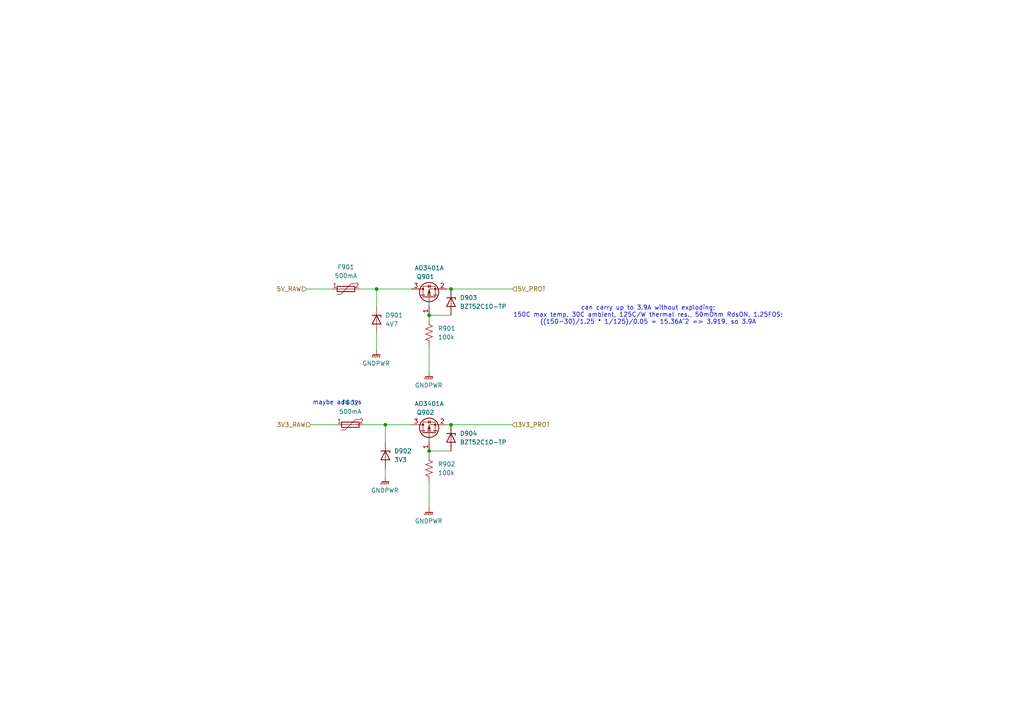
<source format=kicad_sch>
(kicad_sch (version 20250114) (generator "eeschema") (generator_version "9.0")
  (paper "A4")
  (lib_symbols
    (symbol "Device:Q_PMOS_GSD" (pin_names (offset 0) (hide yes))
      (property "Reference" "Q" (at 5.08 1.27 0))
      (property "Value" "Q_PMOS_GSD" (at 5.08 -1.27 0))
      (symbol "Q_PMOS_GSD_0_1"
        (polyline (pts (xy 0.254 1.905) (xy 0.254 -1.905)) (stroke (width 0.254)))
        (polyline (pts (xy 0.254 0) (xy -2.54 0)))
        (polyline (pts (xy 0.762 2.286) (xy 0.762 1.27)) (stroke (width 0.254)))
        (polyline (pts (xy 0.762 1.778) (xy 3.302 1.778) (xy 3.302 -1.778) (xy 0.762 -1.778)))
        (polyline (pts (xy 0.762 0.508) (xy 0.762 -0.508)) (stroke (width 0.254)))
        (polyline (pts (xy 0.762 -1.27) (xy 0.762 -2.286)) (stroke (width 0.254)))
        (circle (center 1.651 0) (radius 2.794) (stroke (width 0.254)))
        (polyline (pts (xy 2.286 0) (xy 1.27 0.381) (xy 1.27 -0.381) (xy 2.286 0)) (fill (type outline)))
        (polyline (pts (xy 2.54 2.54) (xy 2.54 1.778)))
        (circle (center 2.54 1.778) (radius 0.254) (fill (type outline)))
        (circle (center 2.54 -1.778) (radius 0.254) (fill (type outline)))
        (polyline (pts (xy 2.54 -2.54) (xy 2.54 0) (xy 0.762 0)))
        (polyline (pts (xy 2.794 -0.508) (xy 2.921 -0.381) (xy 3.683 -0.381) (xy 3.81 -0.254)))
        (polyline (pts (xy 3.302 -0.381) (xy 2.921 0.254) (xy 3.683 0.254) (xy 3.302 -0.381)))
      )
      (symbol "Q_PMOS_GSD_1_1"
        (pin input line (at -5.08 0 0) (length 2.54) (name "G") (number "1"))
        (pin passive line (at 2.54 5.08 270) (length 2.54) (name "D") (number "3"))
        (pin passive line (at 2.54 -5.08 90) (length 2.54) (name "S") (number "2"))
      )
    )
    (symbol "bfr_diodes:1SMB5913BT3G" (pin_numbers (hide yes)) (pin_names (offset 1.016) (hide yes))
      (property "Reference" "D" (at 0 2.54 0))
      (property "Value" "3V3" (at 0 -2.54 0))
      (symbol "1SMB5913BT3G_0_1"
        (polyline (pts (xy -1.27 1.27) (xy -1.27 1.27) (xy -1.27 1.27) (xy -1.27 -1.27) (xy -1.27 -1.27) (xy -1.27 -1.27)) (stroke (width 0.254)))
        (polyline (pts (xy 1.27 1.27) (xy 1.27 -1.27) (xy -1.27 0) (xy 1.27 1.27)) (stroke (width 0.254)))
        (polyline (pts (xy 1.27 0) (xy -1.27 0)))
      )
      (symbol "1SMB5913BT3G_1_1"
        (polyline (pts (xy -1.27 1.27) (xy -0.762 1.27)) (stroke (width 0.254)))
        (pin passive line (at -3.81 0 0) (length 2.54) (name "K") (number "1"))
        (pin passive line (at 3.81 0 180) (length 2.54) (name "A") (number "2"))
      )
    )
    (symbol "bfr_diodes:1SMB5917BT3G" (pin_numbers (hide yes)) (pin_names (offset 1.016) (hide yes))
      (property "Reference" "D" (at 0 2.54 0))
      (property "Value" "4V7" (at 0 -2.54 0))
      (symbol "1SMB5917BT3G_0_1"
        (polyline (pts (xy -1.27 1.27) (xy -1.27 1.27) (xy -1.27 1.27) (xy -1.27 -1.27) (xy -1.27 -1.27) (xy -1.27 -1.27)) (stroke (width 0.254)))
        (polyline (pts (xy 1.27 1.27) (xy 1.27 -1.27) (xy -1.27 0) (xy 1.27 1.27)) (stroke (width 0.254)))
        (polyline (pts (xy 1.27 0) (xy -1.27 0)))
      )
      (symbol "1SMB5917BT3G_1_1"
        (polyline (pts (xy -1.27 1.27) (xy -0.762 1.27)) (stroke (width 0.254)))
        (pin passive line (at -3.81 0 0) (length 2.54) (name "K") (number "1"))
        (pin passive line (at 3.81 0 180) (length 2.54) (name "A") (number "2"))
      )
    )
    (symbol "bfr_diodes:BZT52C10" (pin_numbers (hide yes)) (pin_names (offset 1.016) (hide yes))
      (property "Reference" "D" (at 0 2.54 0))
      (property "Value" "10" (at 0 -2.54 0))
      (symbol "BZT52C10_0_1"
        (polyline (pts (xy -1.27 1.27) (xy -1.27 1.27) (xy -1.27 1.27) (xy -1.27 -1.27) (xy -1.27 -1.27) (xy -1.27 -1.27)) (stroke (width 0.254)))
        (polyline (pts (xy 1.27 1.27) (xy 1.27 -1.27) (xy -1.27 0) (xy 1.27 1.27)) (stroke (width 0.254)))
        (polyline (pts (xy 1.27 0) (xy -1.27 0)))
      )
      (symbol "BZT52C10_1_1"
        (polyline (pts (xy -1.27 1.27) (xy -0.762 1.27)) (stroke (width 0.254)))
        (pin passive line (at -3.81 0 0) (length 2.54) (name "K") (number "1"))
        (pin passive line (at 3.81 0 180) (length 2.54) (name "A") (number "2"))
      )
    )
    (symbol "bfr_resistors:RMCF0603FT100K" (pin_numbers (hide yes))
      (property "Reference" "R" (at 0 2.54 0))
      (property "Value" "100k" (at 1.27 2.54 0))
      (symbol "RMCF0603FT100K_0_1"
        (polyline (pts (xy -2.286 0) (xy -2.54 0)))
        (polyline (pts (xy -2.286 0) (xy -1.905 1.016) (xy -1.524 0) (xy -1.143 -1.016) (xy -0.762 0)))
        (polyline (pts (xy -0.762 0) (xy -0.381 1.016) (xy 0 0) (xy 0.381 -1.016) (xy 0.762 0)))
        (polyline (pts (xy 0.762 0) (xy 1.143 1.016) (xy 1.524 0) (xy 1.905 -1.016) (xy 2.286 0)))
        (polyline (pts (xy 2.286 0) (xy 2.54 0)))
      )
      (symbol "RMCF0603FT100K_1_1"
        (pin passive line (at -3.81 0 0) (length 1.27) (name "~") (number "1"))
        (pin passive line (at 3.81 0 180) (length 1.27) (name "~") (number "2"))
      )
    )
    (symbol "bfr_utilities:0ZCG0050AF2C"
      (property "Reference" "F" (at 0 6.35 0))
      (property "Value" "500mA" (at 0 3.81 0))
      (symbol "0ZCG0050AF2C_0_1"
        (rectangle (start -2.54 0.762) (end 2.54 -0.762) (stroke (width 0.254)))
        (polyline (pts (xy -2.54 0) (xy 2.54 0)))
        (polyline (pts (xy -2.54 -1.524) (xy -1.524 -1.524) (xy 1.524 1.524) (xy 2.54 1.524)))
      )
      (symbol "0ZCG0050AF2C_1_1"
        (pin passive line (at -3.81 0 0) (length 1.27) (name "~") (number "1"))
        (pin passive line (at 3.81 0 180) (length 1.27) (name "~") (number "2"))
      )
    )
    (symbol "power:GNDPWR" (power) (pin_numbers (hide yes)) (pin_names (offset 0) (hide yes))
      (property "Value" "GNDPWR" (at 0 -3.302 0))
      (symbol "GNDPWR_0_1"
        (polyline (pts (xy -1.016 -1.27) (xy -1.27 -2.032) (xy -1.27 -2.032)) (stroke (width 0.2032)))
        (polyline (pts (xy -0.508 -1.27) (xy -0.762 -2.032) (xy -0.762 -2.032)) (stroke (width 0.2032)))
        (polyline (pts (xy 0 -1.27) (xy 0 0)))
        (polyline (pts (xy 0 -1.27) (xy -0.254 -2.032) (xy -0.254 -2.032)) (stroke (width 0.2032)))
        (polyline (pts (xy 0.508 -1.27) (xy 0.254 -2.032) (xy 0.254 -2.032)) (stroke (width 0.2032)))
        (polyline (pts (xy 1.016 -1.27) (xy -1.016 -1.27) (xy -1.016 -1.27)) (stroke (width 0.2032)))
        (polyline (pts (xy 1.016 -1.27) (xy 0.762 -2.032) (xy 0.762 -2.032) (xy 0.762 -2.032)) (stroke (width 0.2032)))
      )
      (symbol "GNDPWR_1_1"
        (pin power_in line (at 0 0 270) (length 0) (name "~") (number "1"))
      )
    )
  )
  (text "maybe add tvs" (at 97.79 116.84 0) (effects (font (size 1.27 1.27))))
  (text "can carry up to 3.9A without exploding;\n150C max temp, 30C ambient, 125C/W thermal res., 50mOhm RdsON, 1.25FOS;\n((150-30)/1.25 * 1/125)/0.05 = 15.36A^2 => 3.919, so 3.9A" (at 187.96 91.44 0) (effects (font (size 1.27 1.27))))
  (junction (at 130.81 83.82))
  (junction (at 109.22 83.82))
  (junction (at 111.76 123.19))
  (junction (at 124.46 130.81))
  (junction (at 130.81 123.19))
  (junction (at 124.46 91.44))
  (wire (pts (xy 124.46 100.33) (xy 124.46 107.95)))
  (wire (pts (xy 105.41 123.19) (xy 111.76 123.19)))
  (wire (pts (xy 109.22 88.9) (xy 109.22 83.82)))
  (wire (pts (xy 124.46 91.44) (xy 130.81 91.44)))
  (wire (pts (xy 90.17 123.19) (xy 97.79 123.19)))
  (wire (pts (xy 88.9 83.82) (xy 96.52 83.82)))
  (wire (pts (xy 130.81 123.19) (xy 148.59 123.19)))
  (wire (pts (xy 109.22 83.82) (xy 119.38 83.82)))
  (wire (pts (xy 111.76 138.43) (xy 111.76 135.89)))
  (wire (pts (xy 111.76 128.27) (xy 111.76 123.19)))
  (wire (pts (xy 111.76 123.19) (xy 119.38 123.19)))
  (wire (pts (xy 129.54 83.82) (xy 130.81 83.82)))
  (wire (pts (xy 124.46 139.7) (xy 124.46 147.32)))
  (wire (pts (xy 124.46 132.08) (xy 124.46 130.81)))
  (wire (pts (xy 109.22 101.6) (xy 109.22 96.52)))
  (wire (pts (xy 104.14 83.82) (xy 109.22 83.82)))
  (wire (pts (xy 124.46 130.81) (xy 130.81 130.81)))
  (wire (pts (xy 130.81 83.82) (xy 148.59 83.82)))
  (wire (pts (xy 124.46 92.71) (xy 124.46 91.44)))
  (wire (pts (xy 129.54 123.19) (xy 130.81 123.19)))
  (hierarchical_label "5V_RAW" (shape input) (at 88.9 83.82 180))
  (hierarchical_label "3V3_PROT" (shape input) (at 148.59 123.19 0))
  (hierarchical_label "3V3_RAW" (shape input) (at 90.17 123.19 180))
  (hierarchical_label "5V_PROT" (shape input) (at 148.59 83.82 0))
  (symbol (lib_id "power:GNDPWR") (at 111.76 138.43 0) (unit 1)
    (property "Reference" "#PWR0902" (effects (hide yes)))
    (property "Value" "GNDPWR" (at 111.633 142.24 0))
    (property "Description" "Power symbol creates a global label with name \"GNDPWR\" , global ground" (effects (hide yes)))
  )
  (symbol (lib_id "bfr_resistors:RMCF0603FT100K") (at 124.46 96.52 90) (unit 1)
    (property "Reference" "R901" (at 127 95.2499 90) (effects (justify right)))
    (property "Value" "100k" (at 127 97.7899 90) (effects (justify right)))
    (property "Footprint" "Resistor_SMD:R_0603_1608Metric_Pad0.98x0.95mm_HandSolder" (effects (hide yes)))
    (property "Datasheet" "https://www.seielect.com/catalog/sei-rmcf_rmcp.pdf" (effects (hide yes)))
    (property "Description" "100kΩ 0603 JLCPCB Basic Resistor" (effects (hide yes)))
    (property "Sim.Device" "SUBCKT" (effects (hide yes)))
    (property "Sim.Pins" "1=P1 2=P2" (effects (hide yes)))
    (property "Sim.Library" "${BFRUH_DIR}/Electronics/spice_models/bfr_resistors/RMCF0603FT100K.lib" (effects (hide yes)))
    (property "Sim.Name" "RMCF0603FT100K" (effects (hide yes)))
    (property "Pretty Name" "100kΩ 0603 Resistor" (effects (hide yes)))
    (property "Order From" "LCSC" (effects (hide yes)))
    (property "Digikey P/N" "RMCF0603FT100KCT-ND" (effects (hide yes)))
    (property "Mouser P/N" "708-RMCF0603FT100K" (effects (hide yes)))
    (property "JLCPCB Basic Part" "Yes" (effects (hide yes)))
    (property "Created by" "resistor_generator.py script using e24_resistor_bible_spec.txt" (effects (hide yes)))
    (property "Manufacturer_Name" "SEI Stackpole" (effects (hide yes)))
    (property "Manufacturer_Part_Number" "RMCF0603FT100K" (effects (hide yes)))
    (property "LCSC Part #" "C25803" (effects (hide yes)))
    (instances (project "DU UC V1 - Minnow" (path "" (reference "R901") (unit 1))) (project "STM32F446 breakout V1 - Garibaldi" (path "" (reference "R4") (unit 1))))
  )
  (symbol (lib_id "bfr_utilities:0ZCG0050AF2C") (at 100.33 83.82 0) (unit 1)
    (property "Reference" "F901" (at 100.33 77.47 0))
    (property "Value" "500mA" (at 100.33 80.01 0))
    (property "Footprint" "Fuse:Fuse_1812_4532Metric" (effects (hide yes)))
    (property "Datasheet" "https://belfuse.com/media/datasheets/products/circuit-protection/ds-cp-0zcg-series.pdf" (effects (hide yes)))
    (property "Description" "1812 SMD PTC Resettable Polyfuse, 30V, 500mA hold current, 1A trip current" (effects (hide yes)))
    (property "Manufacturer P/N" "0ZCG0050AF2C" (effects (hide yes)))
    (property "Manufacturer" "Bel Fuse" (effects (hide yes)))
    (property "Digikey P/N" "5923-0ZCG0050AF2CCT-ND" (effects (hide yes)))
    (property "Mouser P/N" "530-0ZCG0050AF2C " (effects (hide yes)))
    (property "LCSC P/N" "C3762102" (effects (hide yes)))
    (property "JLC Basic Part" "No" (effects (hide yes)))
    (property "Order From" "Mouser" (effects (hide yes)))
    (property "Created By" "Manual entry" (effects (hide yes)))
  )
  (symbol (lib_id "power:GNDPWR") (at 124.46 147.32 0) (unit 1)
    (property "Reference" "#PWR0904" (effects (hide yes)))
    (property "Value" "GNDPWR" (at 124.333 151.13 0))
    (property "Description" "Power symbol creates a global label with name \"GNDPWR\" , global ground" (effects (hide yes)))
    (instances (project "DU UC V1 - Minnow" (path "" (reference "#PWR0904") (unit 1))) (project "STM32F446 breakout V1 - Garibaldi" (path "" (reference "#PWR050") (unit 1))))
  )
  (symbol (lib_id "bfr_utilities:0ZCG0050AF2C") (at 101.6 123.19 0) (unit 1)
    (property "Reference" "F902" (at 101.6 116.84 0))
    (property "Value" "500mA" (at 101.6 119.38 0))
    (property "Footprint" "Fuse:Fuse_1812_4532Metric" (effects (hide yes)))
    (property "Datasheet" "https://belfuse.com/media/datasheets/products/circuit-protection/ds-cp-0zcg-series.pdf" (effects (hide yes)))
    (property "Description" "1812 SMD PTC Resettable Polyfuse, 30V, 500mA hold current, 1A trip current" (effects (hide yes)))
    (property "Manufacturer P/N" "0ZCG0050AF2C" (effects (hide yes)))
    (property "Manufacturer" "Bel Fuse" (effects (hide yes)))
    (property "Digikey P/N" "5923-0ZCG0050AF2CCT-ND" (effects (hide yes)))
    (property "Mouser P/N" "530-0ZCG0050AF2C " (effects (hide yes)))
    (property "LCSC P/N" "C3762102" (effects (hide yes)))
    (property "JLC Basic Part" "No" (effects (hide yes)))
    (property "Order From" "Mouser" (effects (hide yes)))
    (property "Created By" "Manual entry" (effects (hide yes)))
  )
  (symbol (lib_id "bfr_diodes:1SMB5917BT3G") (at 109.22 92.71 270) (unit 1)
    (property "Reference" "D901" (at 111.76 91.4399 90) (effects (justify left)))
    (property "Value" "4V7" (at 111.76 93.9799 90) (effects (justify left)))
    (property "Footprint" "Diode_SMD:D_SMB" (effects (hide yes)))
    (property "Datasheet" "https://www.digikey.com/en/products/detail/onsemi/1SMB5917BT3G/918138" (effects (hide yes)))
    (property "Description" "4.7V SMB 3W Zener Diode" (effects (hide yes)))
    (property "Manufacturer P/N" "1SMB5917BT3G" (effects (hide yes)))
    (property "Manufacturer" "Onsemi" (effects (hide yes)))
    (property "Digikey P/N" "1SMB5917BT3GOSCT-ND" (effects (hide yes)))
    (property "Mouser P/N" "863-1SMB5917BT3G " (effects (hide yes)))
    (property "LCSC P/N" "C89739" (effects (hide yes)))
    (property "JLCPCB Basic Part" "No" (effects (hide yes)))
    (property "JLC Basic Part" "No" (effects (hide yes)))
    (property "Order From" "LCSC" (effects (hide yes)))
    (property "Created By" "Manual Entry" (effects (hide yes)))
    (property "Pretty Name" "10V SOD-123 Zener Diode" (effects (hide yes)))
    (property "Sim.Library" "${BFRUH_DIR}\\Electronics\\spice_models\\bfr_diodes\\BZT52C10.lib" (effects (hide yes)))
    (property "Sim.Name" "BZT52C10" (effects (hide yes)))
    (property "Sim.Device" "SUBCKT" (effects (hide yes)))
    (property "Sim.Pins" "1=2 2=1" (effects (hide yes)))
    (property "Created by" "Manual Entry" (effects (hide yes)))
  )
  (symbol (lib_id "bfr_resistors:RMCF0603FT100K") (at 124.46 135.89 90) (unit 1)
    (property "Reference" "R902" (at 127 134.6199 90) (effects (justify right)))
    (property "Value" "100k" (at 127 137.1599 90) (effects (justify right)))
    (property "Footprint" "Resistor_SMD:R_0603_1608Metric_Pad0.98x0.95mm_HandSolder" (effects (hide yes)))
    (property "Datasheet" "https://www.seielect.com/catalog/sei-rmcf_rmcp.pdf" (effects (hide yes)))
    (property "Description" "100kΩ 0603 JLCPCB Basic Resistor" (effects (hide yes)))
    (property "Sim.Device" "SUBCKT" (effects (hide yes)))
    (property "Sim.Pins" "1=P1 2=P2" (effects (hide yes)))
    (property "Sim.Library" "${BFRUH_DIR}/Electronics/spice_models/bfr_resistors/RMCF0603FT100K.lib" (effects (hide yes)))
    (property "Sim.Name" "RMCF0603FT100K" (effects (hide yes)))
    (property "Pretty Name" "100kΩ 0603 Resistor" (effects (hide yes)))
    (property "Order From" "LCSC" (effects (hide yes)))
    (property "Digikey P/N" "RMCF0603FT100KCT-ND" (effects (hide yes)))
    (property "Mouser P/N" "708-RMCF0603FT100K" (effects (hide yes)))
    (property "JLCPCB Basic Part" "Yes" (effects (hide yes)))
    (property "Created by" "resistor_generator.py script using e24_resistor_bible_spec.txt" (effects (hide yes)))
    (property "Manufacturer_Name" "SEI Stackpole" (effects (hide yes)))
    (property "Manufacturer_Part_Number" "RMCF0603FT100K" (effects (hide yes)))
    (property "LCSC Part #" "C25803" (effects (hide yes)))
    (instances (project "DU UC V1 - Minnow" (path "" (reference "R902") (unit 1))) (project "STM32F446 breakout V1 - Garibaldi" (path "" (reference "R28") (unit 1))))
  )
  (symbol (lib_id "power:GNDPWR") (at 124.46 107.95 0) (unit 1)
    (property "Reference" "#PWR0903" (effects (hide yes)))
    (property "Value" "GNDPWR" (at 124.333 111.76 0))
    (property "Description" "Power symbol creates a global label with name \"GNDPWR\" , global ground" (effects (hide yes)))
    (instances (project "DU UC V1 - Minnow" (path "" (reference "#PWR0903") (unit 1))) (project "STM32F446 breakout V1 - Garibaldi" (path "" (reference "#PWR024") (unit 1))))
  )
  (symbol (lib_id "Device:Q_PMOS_GSD") (at 124.46 125.73 90) (unit 1)
    (property "Reference" "Q902" (at 125.984 119.634 90) (effects (justify left)))
    (property "Value" "AO3401A" (at 128.778 117.094 90) (effects (justify left)))
    (property "Footprint" "Package_TO_SOT_SMD:SOT-23-3" (effects (hide yes)))
    (property "Datasheet" "https://aosmd.com/sites/default/files/res/datasheets/AO3401A.pdf" (effects (hide yes)))
    (property "Description" "P-MOSFET transistor, gate/source/drain" (effects (hide yes)))
    (property "Digikey P/N" "785-1001-1-ND" (effects (hide yes)))
    (property "JLCPCB Basic Part" "Yes" (effects (hide yes)))
    (property "Mouser P/N" "78-SI2371EDS-T1-BE3" (effects (hide yes)))
    (property "Order From" "LCSC" (effects (hide yes)))
    (property "Created by" "Manual Entry" (effects (hide yes)))
    (property "Pretty Name" "AO3401A p-MOSFET" (effects (hide yes)))
    (property "LCSC Part #" "C15127" (effects (hide yes)))
    (instances (project "DU UC V1 - Minnow" (path "" (reference "Q902") (unit 1))) (project "STM32F446 breakout V1 - Garibaldi" (path "" (reference "Q7") (unit 1))))
  )
  (symbol (lib_id "power:GNDPWR") (at 109.22 101.6 0) (unit 1)
    (property "Reference" "#PWR0901" (effects (hide yes)))
    (property "Value" "GNDPWR" (at 109.093 105.41 0))
    (property "Description" "Power symbol creates a global label with name \"GNDPWR\" , global ground" (effects (hide yes)))
  )
  (symbol (lib_id "Device:Q_PMOS_GSD") (at 124.46 86.36 90) (unit 1)
    (property "Reference" "Q901" (at 125.984 80.264 90) (effects (justify left)))
    (property "Value" "AO3401A" (at 128.778 77.724 90) (effects (justify left)))
    (property "Footprint" "Package_TO_SOT_SMD:SOT-23-3" (effects (hide yes)))
    (property "Datasheet" "https://aosmd.com/sites/default/files/res/datasheets/AO3401A.pdf" (effects (hide yes)))
    (property "Description" "P-MOSFET transistor, gate/source/drain" (effects (hide yes)))
    (property "Digikey P/N" "785-1001-1-ND" (effects (hide yes)))
    (property "JLCPCB Basic Part" "Yes" (effects (hide yes)))
    (property "Mouser P/N" "78-SI2371EDS-T1-BE3" (effects (hide yes)))
    (property "Order From" "LCSC" (effects (hide yes)))
    (property "Created by" "Manual Entry" (effects (hide yes)))
    (property "Pretty Name" "AO3401A p-MOSFET" (effects (hide yes)))
    (property "LCSC Part #" "C15127" (effects (hide yes)))
    (instances (project "DU UC V1 - Minnow" (path "" (reference "Q901") (unit 1))) (project "STM32F446 breakout V1 - Garibaldi" (path "" (reference "Q2") (unit 1))))
  )
  (symbol (lib_id "bfr_diodes:BZT52C10") (at 130.81 87.63 270) (unit 1)
    (property "Reference" "D903" (at 133.35 86.3599 90) (effects (justify left)))
    (property "Value" "BZT52C10-TP" (at 133.35 88.8999 90) (effects (justify left)))
    (property "Footprint" "Diode_SMD:D_SOD-123" (effects (hide yes)))
    (property "Datasheet" "https://www.mouser.com/datasheet/2/258/BZT52C2V0_BZT52C75_500mW__SOD_123_-3365578.pdf" (effects (hide yes)))
    (property "Description" "10V SOD-123 Zener Diode" (effects (hide yes)))
    (property "Digikey P/N" "BZT52C10-TPMSCT-ND" (effects (hide yes)))
    (property "Mouser P/N" "833-BZT52C10-TP" (effects (hide yes)))
    (property "Order From" "Mouser" (effects (hide yes)))
    (property "JLCPCB Basic Part" "No" (effects (hide yes)))
    (property "Pretty Name" "10V 500mW SOD-123 Zener Diode" (effects (hide yes)))
    (property "Sim.Library" "${BFRUH_DIR}\\Electronics\\spice_models\\bfr_diodes\\BZT52C10.lib" (effects (hide yes)))
    (property "Sim.Name" "BZT52C10" (effects (hide yes)))
    (property "Sim.Device" "SUBCKT" (effects (hide yes)))
    (property "Sim.Pins" "1=2 2=1" (effects (hide yes)))
    (property "Created by" "Manual Entry" (effects (hide yes)))
    (property "Manufacturer_Name" "Micro Commercial Components" (effects (hide yes)))
    (property "Manufacturer_Part_Number" "BZT52C10-TP" (effects (hide yes)))
    (property "LCSC Part #" "C668889" (effects (hide yes)))
    (instances (project "DU UC V1 - Minnow" (path "" (reference "D903") (unit 1))) (project "STM32F446 breakout V1 - Garibaldi" (path "" (reference "D4") (unit 1))))
  )
  (symbol (lib_id "bfr_diodes:BZT52C10") (at 130.81 127 270) (unit 1)
    (property "Reference" "D904" (at 133.35 125.7299 90) (effects (justify left)))
    (property "Value" "BZT52C10-TP" (at 133.35 128.2699 90) (effects (justify left)))
    (property "Footprint" "Diode_SMD:D_SOD-123" (effects (hide yes)))
    (property "Datasheet" "https://www.mouser.com/datasheet/2/258/BZT52C2V0_BZT52C75_500mW__SOD_123_-3365578.pdf" (effects (hide yes)))
    (property "Description" "10V SOD-123 Zener Diode" (effects (hide yes)))
    (property "Digikey P/N" "BZT52C10-TPMSCT-ND" (effects (hide yes)))
    (property "Mouser P/N" "833-BZT52C10-TP" (effects (hide yes)))
    (property "Order From" "Mouser" (effects (hide yes)))
    (property "JLCPCB Basic Part" "No" (effects (hide yes)))
    (property "Pretty Name" "10V 500mW SOD-123 Zener Diode" (effects (hide yes)))
    (property "Sim.Library" "${BFRUH_DIR}\\Electronics\\spice_models\\bfr_diodes\\BZT52C10.lib" (effects (hide yes)))
    (property "Sim.Name" "BZT52C10" (effects (hide yes)))
    (property "Sim.Device" "SUBCKT" (effects (hide yes)))
    (property "Sim.Pins" "1=2 2=1" (effects (hide yes)))
    (property "Created by" "Manual Entry" (effects (hide yes)))
    (property "Manufacturer_Name" "Micro Commercial Components" (effects (hide yes)))
    (property "Manufacturer_Part_Number" "BZT52C10-TP" (effects (hide yes)))
    (property "LCSC Part #" "C668889" (effects (hide yes)))
    (instances (project "DU UC V1 - Minnow" (path "" (reference "D904") (unit 1))) (project "STM32F446 breakout V1 - Garibaldi" (path "" (reference "D11") (unit 1))))
  )
  (symbol (lib_id "bfr_diodes:1SMB5913BT3G") (at 111.76 132.08 270) (unit 1)
    (property "Reference" "D902" (at 114.3 130.8099 90) (effects (justify left)))
    (property "Value" "3V3" (at 114.3 133.3499 90) (effects (justify left)))
    (property "Footprint" "Diode_SMD:D_SMB" (effects (hide yes)))
    (property "Datasheet" "https://www.onsemi.com/pdf/datasheet/1smb5913bt3-d.pdf" (effects (hide yes)))
    (property "Description" "3V3 SMB 3W Zener Diode" (effects (hide yes)))
    (property "Manufacturer P/N" "1SMB5913BT3" (effects (hide yes)))
    (property "Manufacturer" "Onsemi" (effects (hide yes)))
    (property "Digikey P/N" "1SMB5913BT3GOSCT-ND" (effects (hide yes)))
    (property "Mouser P/N" "863-1SMB5913BT3G " (effects (hide yes)))
    (property "LCSC P/N" "C53169" (effects (hide yes)))
    (property "JLCPCB Basic Part" "No" (effects (hide yes)))
    (property "JLC Basic Part" "No" (effects (hide yes)))
    (property "Order From" "LCSC" (effects (hide yes)))
    (property "Created By" "Manual Entry" (effects (hide yes)))
    (property "Pretty Name" "10V SOD-123 Zener Diode" (effects (hide yes)))
    (property "Sim.Library" "${BFRUH_DIR}\\Electronics\\spice_models\\bfr_diodes\\BZT52C10.lib" (effects (hide yes)))
    (property "Sim.Name" "BZT52C10" (effects (hide yes)))
    (property "Sim.Device" "SUBCKT" (effects (hide yes)))
    (property "Sim.Pins" "1=2 2=1" (effects (hide yes)))
    (property "Created by" "Manual Entry" (effects (hide yes)))
  )
)
</source>
